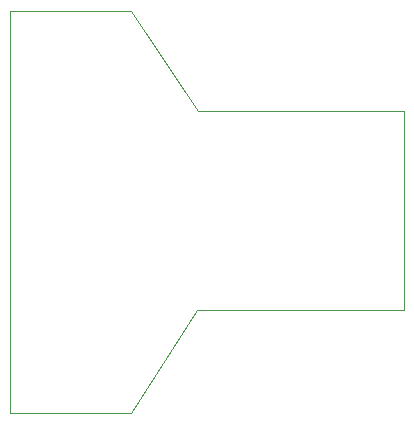
<source format=gbr>
%TF.GenerationSoftware,KiCad,Pcbnew,(6.0.0-0)*%
%TF.CreationDate,2022-03-26T15:15:51+01:00*%
%TF.ProjectId,ARM20CTX,41524d32-3043-4545-982e-6b696361645f,rev?*%
%TF.SameCoordinates,Original*%
%TF.FileFunction,Profile,NP*%
%FSLAX46Y46*%
G04 Gerber Fmt 4.6, Leading zero omitted, Abs format (unit mm)*
G04 Created by KiCad (PCBNEW (6.0.0-0)) date 2022-03-26 15:15:51*
%MOMM*%
%LPD*%
G01*
G04 APERTURE LIST*
%TA.AperFunction,Profile*%
%ADD10C,0.100000*%
%TD*%
G04 APERTURE END LIST*
D10*
X153670000Y-89712800D02*
X136144000Y-89712800D01*
X120345200Y-64414400D02*
X120446800Y-64414400D01*
X136194800Y-72898000D02*
X153670000Y-72898000D01*
X120345200Y-98501200D02*
X120345200Y-64414400D01*
X136144000Y-89712800D02*
X130556000Y-98501200D01*
X130556000Y-98501200D02*
X120345200Y-98501200D01*
X120446800Y-64414400D02*
X130556000Y-64414400D01*
X153670000Y-72898000D02*
X153670000Y-89712800D01*
X130556000Y-64414400D02*
X136194800Y-72898000D01*
M02*

</source>
